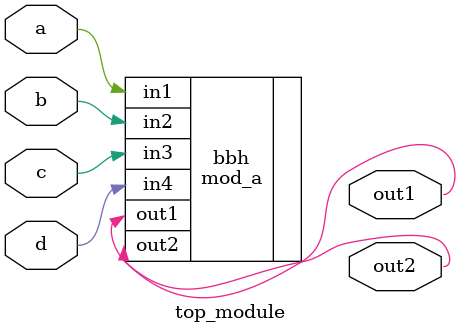
<source format=v>
/*You are given a module named mod_a that has 2 outputs and 4 inputs, in some order. You must connect the 6 ports by name to your top-level module's ports:

Port in mod_a	Port in top_module
output out1	out1
output out2	out2
input in1	a
input in2	b
input in3	c
input in4	d
You are given the following module:

module mod_a ( output out1, output out2, input in1, input in2, input in3, input in4);

*/

module top_module ( 
    input a, 
    input b, 
    input c,
    input d,
    output out1,
    output out2
);
    mod_a bbh (.in1(a),.in2(b),.in3(c),.in4(d),.out1(out1),.out2(out2));

endmodule

</source>
